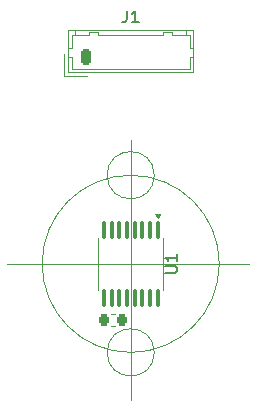
<source format=gbr>
%TF.GenerationSoftware,KiCad,Pcbnew,8.0.9*%
%TF.CreationDate,2025-06-15T02:31:13+09:00*%
%TF.ProjectId,ARTEMIS_ENC_AK,41525445-4d49-4535-9f45-4e435f414b2e,rev?*%
%TF.SameCoordinates,Original*%
%TF.FileFunction,Legend,Top*%
%TF.FilePolarity,Positive*%
%FSLAX46Y46*%
G04 Gerber Fmt 4.6, Leading zero omitted, Abs format (unit mm)*
G04 Created by KiCad (PCBNEW 8.0.9) date 2025-06-15 02:31:13*
%MOMM*%
%LPD*%
G01*
G04 APERTURE LIST*
G04 Aperture macros list*
%AMRoundRect*
0 Rectangle with rounded corners*
0 $1 Rounding radius*
0 $2 $3 $4 $5 $6 $7 $8 $9 X,Y pos of 4 corners*
0 Add a 4 corners polygon primitive as box body*
4,1,4,$2,$3,$4,$5,$6,$7,$8,$9,$2,$3,0*
0 Add four circle primitives for the rounded corners*
1,1,$1+$1,$2,$3*
1,1,$1+$1,$4,$5*
1,1,$1+$1,$6,$7*
1,1,$1+$1,$8,$9*
0 Add four rect primitives between the rounded corners*
20,1,$1+$1,$2,$3,$4,$5,0*
20,1,$1+$1,$4,$5,$6,$7,0*
20,1,$1+$1,$6,$7,$8,$9,0*
20,1,$1+$1,$8,$9,$2,$3,0*%
G04 Aperture macros list end*
%ADD10C,0.100000*%
%ADD11C,0.150000*%
%ADD12C,0.120000*%
%ADD13RoundRect,0.225000X-0.225000X-0.475000X0.225000X-0.475000X0.225000X0.475000X-0.225000X0.475000X0*%
%ADD14O,0.900000X1.400000*%
%ADD15RoundRect,0.100000X-0.100000X0.637500X-0.100000X-0.637500X0.100000X-0.637500X0.100000X0.637500X0*%
%ADD16RoundRect,0.225000X-0.225000X-0.250000X0.225000X-0.250000X0.225000X0.250000X-0.225000X0.250000X0*%
G04 APERTURE END LIST*
D10*
X37500000Y-53000000D02*
X58000000Y-53000000D01*
X50000000Y-60500000D02*
G75*
G02*
X46000000Y-60500000I-2000000J0D01*
G01*
X46000000Y-60500000D02*
G75*
G02*
X50000000Y-60500000I2000000J0D01*
G01*
X48000000Y-42500000D02*
X48000000Y-64500000D01*
X50000000Y-45500000D02*
G75*
G02*
X46000000Y-45500000I-2000000J0D01*
G01*
X46000000Y-45500000D02*
G75*
G02*
X50000000Y-45500000I2000000J0D01*
G01*
X55500000Y-53000000D02*
G75*
G02*
X40500000Y-53000000I-7500000J0D01*
G01*
X40500000Y-53000000D02*
G75*
G02*
X55500000Y-53000000I7500000J0D01*
G01*
D11*
X47666666Y-31554819D02*
X47666666Y-32269104D01*
X47666666Y-32269104D02*
X47619047Y-32411961D01*
X47619047Y-32411961D02*
X47523809Y-32507200D01*
X47523809Y-32507200D02*
X47380952Y-32554819D01*
X47380952Y-32554819D02*
X47285714Y-32554819D01*
X48666666Y-32554819D02*
X48095238Y-32554819D01*
X48380952Y-32554819D02*
X48380952Y-31554819D01*
X48380952Y-31554819D02*
X48285714Y-31697676D01*
X48285714Y-31697676D02*
X48190476Y-31792914D01*
X48190476Y-31792914D02*
X48095238Y-31840533D01*
X50904819Y-53761904D02*
X51714342Y-53761904D01*
X51714342Y-53761904D02*
X51809580Y-53714285D01*
X51809580Y-53714285D02*
X51857200Y-53666666D01*
X51857200Y-53666666D02*
X51904819Y-53571428D01*
X51904819Y-53571428D02*
X51904819Y-53380952D01*
X51904819Y-53380952D02*
X51857200Y-53285714D01*
X51857200Y-53285714D02*
X51809580Y-53238095D01*
X51809580Y-53238095D02*
X51714342Y-53190476D01*
X51714342Y-53190476D02*
X50904819Y-53190476D01*
X51904819Y-52190476D02*
X51904819Y-52761904D01*
X51904819Y-52476190D02*
X50904819Y-52476190D01*
X50904819Y-52476190D02*
X51047676Y-52571428D01*
X51047676Y-52571428D02*
X51142914Y-52666666D01*
X51142914Y-52666666D02*
X51190533Y-52761904D01*
D12*
%TO.C,J1*%
X42390000Y-35200000D02*
X42390000Y-37110000D01*
X42390000Y-37110000D02*
X44300000Y-37110000D01*
X42700000Y-33200000D02*
X42700000Y-36800000D01*
X42700000Y-34750000D02*
X43000000Y-34750000D01*
X42700000Y-35500000D02*
X43000000Y-35500000D01*
X42700000Y-36800000D02*
X53300000Y-36800000D01*
X43000000Y-33650000D02*
X43300000Y-33650000D01*
X43000000Y-34750000D02*
X43000000Y-33650000D01*
X43000000Y-35500000D02*
X43000000Y-36500000D01*
X43000000Y-36500000D02*
X53000000Y-36500000D01*
X43300000Y-33650000D02*
X43300000Y-33200000D01*
X43300000Y-33650000D02*
X44500000Y-33650000D01*
X44500000Y-33350000D02*
X45250000Y-33350000D01*
X44500000Y-33650000D02*
X44500000Y-33350000D01*
X45250000Y-33350000D02*
X45250000Y-33650000D01*
X45250000Y-33650000D02*
X50750000Y-33650000D01*
X50750000Y-33350000D02*
X51500000Y-33350000D01*
X50750000Y-33650000D02*
X50750000Y-33350000D01*
X51500000Y-33350000D02*
X51500000Y-33650000D01*
X51500000Y-33650000D02*
X52700000Y-33650000D01*
X52700000Y-33650000D02*
X52700000Y-33200000D01*
X53000000Y-33650000D02*
X52700000Y-33650000D01*
X53000000Y-34750000D02*
X53000000Y-33650000D01*
X53000000Y-35500000D02*
X53300000Y-35500000D01*
X53000000Y-36500000D02*
X53000000Y-35500000D01*
X53300000Y-33200000D02*
X42700000Y-33200000D01*
X53300000Y-34750000D02*
X53000000Y-34750000D01*
X53300000Y-36800000D02*
X53300000Y-33200000D01*
%TO.C,U1*%
X45265000Y-53000000D02*
X45265000Y-50800000D01*
X45265000Y-53000000D02*
X45265000Y-55200000D01*
X50735000Y-53000000D02*
X50735000Y-50800000D01*
X50735000Y-53000000D02*
X50735000Y-55200000D01*
X50275000Y-49140000D02*
X50035000Y-48810000D01*
X50515000Y-48810000D01*
X50275000Y-49140000D01*
G36*
X50275000Y-49140000D02*
G01*
X50035000Y-48810000D01*
X50515000Y-48810000D01*
X50275000Y-49140000D01*
G37*
%TO.C,C1*%
X46359420Y-57240000D02*
X46640580Y-57240000D01*
X46359420Y-58260000D02*
X46640580Y-58260000D01*
%TD*%
%LPC*%
D13*
%TO.C,J1*%
X44250000Y-35500000D03*
D14*
X45500000Y-35500000D03*
X46750000Y-35500000D03*
X48000000Y-35500000D03*
X49250000Y-35500000D03*
X50500000Y-35500000D03*
X51750000Y-35500000D03*
%TD*%
D15*
%TO.C,U1*%
X50275000Y-50137500D03*
X49625000Y-50137500D03*
X48975000Y-50137500D03*
X48325000Y-50137500D03*
X47675000Y-50137500D03*
X47025000Y-50137500D03*
X46375000Y-50137500D03*
X45725000Y-50137500D03*
X45725000Y-55862500D03*
X46375000Y-55862500D03*
X47025000Y-55862500D03*
X47675000Y-55862500D03*
X48325000Y-55862500D03*
X48975000Y-55862500D03*
X49625000Y-55862500D03*
X50275000Y-55862500D03*
%TD*%
D16*
%TO.C,C1*%
X45725000Y-57750000D03*
X47275000Y-57750000D03*
%TD*%
%LPD*%
M02*

</source>
